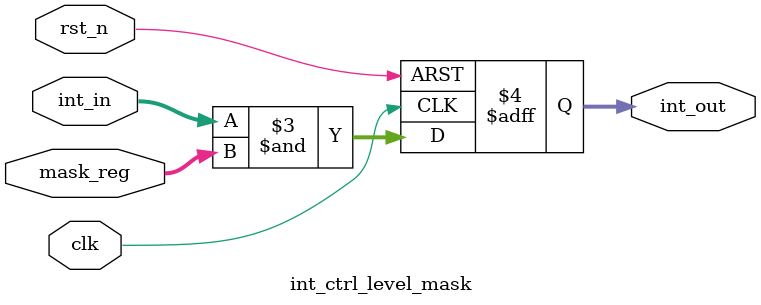
<source format=sv>
module int_ctrl_level_mask #(
    parameter N = 4
)(
    input                  clk,      // 系统时钟
    input                  rst_n,    // 低电平有效复位
    input      [N-1:0]     int_in,   // 中断输入信号
    input      [N-1:0]     mask_reg, // 中断掩码寄存器
    output reg [N-1:0]     int_out   // 中断输出信号
);

    // 优化布尔表达式 - 直接在always块中计算掩码
    // 避免额外的wire声明和assign语句，减少硬件资源
    
    // 时钟触发的寄存器逻辑
    always @(posedge clk or negedge rst_n) begin
        if (!rst_n) begin
            int_out <= {N{1'b0}};
        end else begin
            // 直接在时序逻辑中应用掩码，减少一层组合逻辑路径
            int_out <= int_in & mask_reg;
        end
    end

endmodule
</source>
